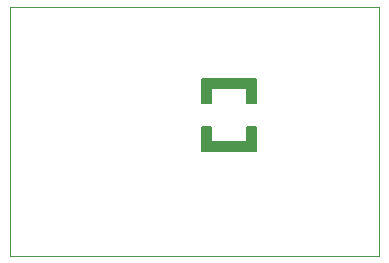
<source format=gm1>
%TF.GenerationSoftware,KiCad,Pcbnew,8.0.8*%
%TF.CreationDate,2025-04-18T18:46:17-04:00*%
%TF.ProjectId,sht40,73687434-302e-46b6-9963-61645f706362,rev?*%
%TF.SameCoordinates,Original*%
%TF.FileFunction,Profile,NP*%
%FSLAX46Y46*%
G04 Gerber Fmt 4.6, Leading zero omitted, Abs format (unit mm)*
G04 Created by KiCad (PCBNEW 8.0.8) date 2025-04-18 18:46:17*
%MOMM*%
%LPD*%
G01*
G04 APERTURE LIST*
%TA.AperFunction,Profile*%
%ADD10C,0.100000*%
%TD*%
%TA.AperFunction,Profile*%
%ADD11C,0.200000*%
%TD*%
G04 APERTURE END LIST*
D10*
X107696000Y-53594000D02*
X138938000Y-53594000D01*
X138938000Y-74676000D01*
X107696000Y-74676000D01*
X107696000Y-53594000D01*
D11*
X124714000Y-65024000D02*
X127762000Y-65024000D01*
X127762000Y-63754000D01*
X128524000Y-63754000D01*
X128524000Y-65786000D01*
X123952000Y-65786000D01*
X123952000Y-63754000D01*
X124714000Y-63754000D01*
X124714000Y-65024000D01*
%TA.AperFunction,Profile*%
G36*
X124714000Y-65024000D02*
G01*
X127762000Y-65024000D01*
X127762000Y-63754000D01*
X128524000Y-63754000D01*
X128524000Y-65786000D01*
X123952000Y-65786000D01*
X123952000Y-63754000D01*
X124714000Y-63754000D01*
X124714000Y-65024000D01*
G37*
%TD.AperFunction*%
X128524000Y-61722000D02*
X127762000Y-61722000D01*
X127762000Y-60452000D01*
X124714000Y-60452000D01*
X124714000Y-61722000D01*
X123952000Y-61722000D01*
X123952000Y-59690000D01*
X128524000Y-59690000D01*
X128524000Y-61722000D01*
%TA.AperFunction,Profile*%
G36*
X128524000Y-61722000D02*
G01*
X127762000Y-61722000D01*
X127762000Y-60452000D01*
X124714000Y-60452000D01*
X124714000Y-61722000D01*
X123952000Y-61722000D01*
X123952000Y-59690000D01*
X128524000Y-59690000D01*
X128524000Y-61722000D01*
G37*
%TD.AperFunction*%
M02*

</source>
